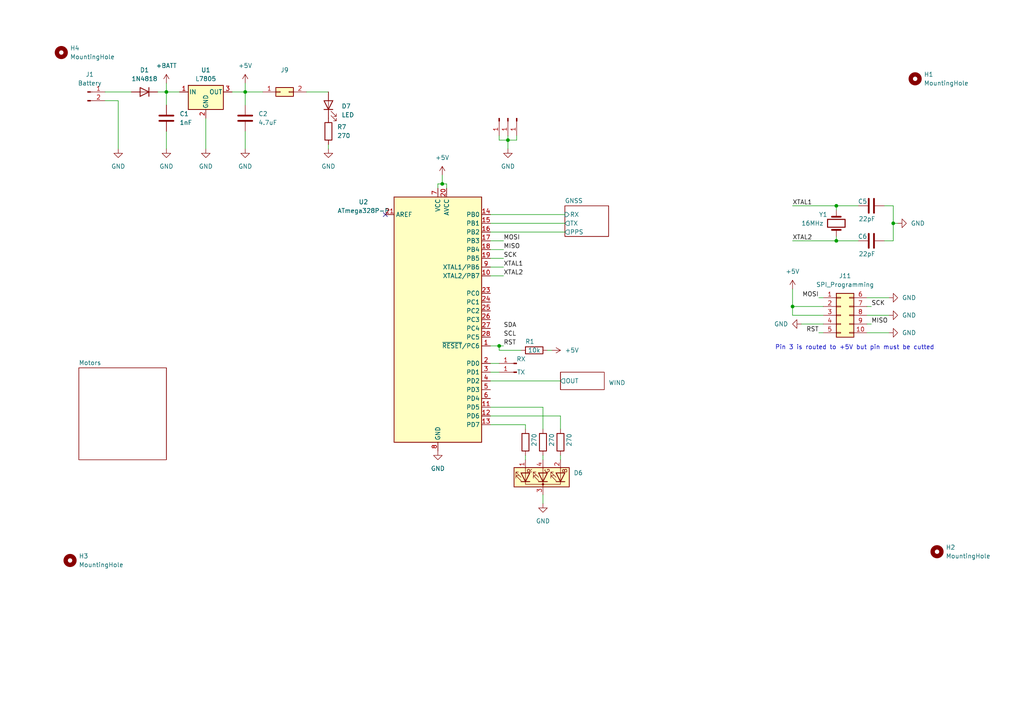
<source format=kicad_sch>
(kicad_sch (version 20230121) (generator eeschema)
  (paper "A4")
  (title_block (title "SunTracker") (date "2023-08-29") (rev "1.0") (company "CREPP"))
  (lib_symbols
    (symbol "Connector:Conn_01x01_Pin" (pin_names (offset 1.016) hide)
      (property "Reference" "J" (at 0 2.54 0))
      (property "Value" "Conn_01x01_Pin" (at 0 -2.54 0))
      (symbol "Conn_01x01_Pin_1_1"
        (polyline (pts (xy 1.27 0) (xy 0.8636 0)) (stroke (width 0.1524)))
        (rectangle (start 0.8636 0.127) (end 0 -0.127) (stroke (width 0.1524)) (fill (type outline)))
        (pin passive line (at 5.08 0 180) (length 3.81) (name "Pin_1") (number "1"))
      )
    )
    (symbol "Connector:Conn_01x02_Pin" (pin_names (offset 1.016) hide)
      (property "Reference" "J" (at 0 2.54 0))
      (property "Value" "Conn_01x02_Pin" (at 0 -5.08 0))
      (symbol "Conn_01x02_Pin_1_1"
        (polyline (pts (xy 1.27 -2.54) (xy 0.8636 -2.54)) (stroke (width 0.1524)))
        (polyline (pts (xy 1.27 0) (xy 0.8636 0)) (stroke (width 0.1524)))
        (rectangle (start 0.8636 -2.413) (end 0 -2.667) (stroke (width 0.1524)) (fill (type outline)))
        (rectangle (start 0.8636 0.127) (end 0 -0.127) (stroke (width 0.1524)) (fill (type outline)))
        (pin passive line (at 5.08 0 180) (length 3.81) (name "Pin_1") (number "1"))
        (pin passive line (at 5.08 -2.54 180) (length 3.81) (name "Pin_2") (number "2"))
      )
    )
    (symbol "Connector_Generic:Conn_02x01" (pin_names (offset 1.016) hide)
      (property "Reference" "J" (at 1.27 2.54 0))
      (property "Value" "Conn_02x01" (at 1.27 -2.54 0))
      (symbol "Conn_02x01_1_1"
        (rectangle (start -1.27 0.127) (end 0 -0.127) (stroke (width 0.1524)))
        (rectangle (start -1.27 1.27) (end 3.81 -1.27) (stroke (width 0.254)) (fill (type background)))
        (rectangle (start 3.81 0.127) (end 2.54 -0.127) (stroke (width 0.1524)))
        (pin passive line (at -5.08 0 0) (length 3.81) (name "Pin_1") (number "1"))
        (pin passive line (at 7.62 0 180) (length 3.81) (name "Pin_2") (number "2"))
      )
    )
    (symbol "Connector_Generic:Conn_02x05_Top_Bottom" (pin_names (offset 1.016) hide)
      (property "Reference" "J" (at 1.27 7.62 0))
      (property "Value" "Conn_02x05_Top_Bottom" (at 1.27 -7.62 0))
      (symbol "Conn_02x05_Top_Bottom_1_1"
        (rectangle (start -1.27 -4.953) (end 0 -5.207) (stroke (width 0.1524)))
        (rectangle (start -1.27 -2.413) (end 0 -2.667) (stroke (width 0.1524)))
        (rectangle (start -1.27 0.127) (end 0 -0.127) (stroke (width 0.1524)))
        (rectangle (start -1.27 2.667) (end 0 2.413) (stroke (width 0.1524)))
        (rectangle (start -1.27 5.207) (end 0 4.953) (stroke (width 0.1524)))
        (rectangle (start -1.27 6.35) (end 3.81 -6.35) (stroke (width 0.254)) (fill (type background)))
        (rectangle (start 3.81 -4.953) (end 2.54 -5.207) (stroke (width 0.1524)))
        (rectangle (start 3.81 -2.413) (end 2.54 -2.667) (stroke (width 0.1524)))
        (rectangle (start 3.81 0.127) (end 2.54 -0.127) (stroke (width 0.1524)))
        (rectangle (start 3.81 2.667) (end 2.54 2.413) (stroke (width 0.1524)))
        (rectangle (start 3.81 5.207) (end 2.54 4.953) (stroke (width 0.1524)))
        (pin passive line (at -5.08 5.08 0) (length 3.81) (name "Pin_1") (number "1"))
        (pin passive line (at 7.62 -5.08 180) (length 3.81) (name "Pin_10") (number "10"))
        (pin passive line (at -5.08 2.54 0) (length 3.81) (name "Pin_2") (number "2"))
        (pin passive line (at -5.08 0 0) (length 3.81) (name "Pin_3") (number "3"))
        (pin passive line (at -5.08 -2.54 0) (length 3.81) (name "Pin_4") (number "4"))
        (pin passive line (at -5.08 -5.08 0) (length 3.81) (name "Pin_5") (number "5"))
        (pin passive line (at 7.62 5.08 180) (length 3.81) (name "Pin_6") (number "6"))
        (pin passive line (at 7.62 2.54 180) (length 3.81) (name "Pin_7") (number "7"))
        (pin passive line (at 7.62 0 180) (length 3.81) (name "Pin_8") (number "8"))
        (pin passive line (at 7.62 -2.54 180) (length 3.81) (name "Pin_9") (number "9"))
      )
    )
    (symbol "Device:C" (pin_numbers hide) (pin_names (offset 0.254))
      (property "Reference" "C" (at 0.635 2.54 0))
      (property "Value" "C" (at 0.635 -2.54 0))
      (symbol "C_0_1"
        (polyline (pts (xy -2.032 -0.762) (xy 2.032 -0.762)) (stroke (width 0.508)))
        (polyline (pts (xy -2.032 0.762) (xy 2.032 0.762)) (stroke (width 0.508)))
      )
      (symbol "C_1_1"
        (pin passive line (at 0 3.81 270) (length 2.794) (name "~") (number "1"))
        (pin passive line (at 0 -3.81 90) (length 2.794) (name "~") (number "2"))
      )
    )
    (symbol "Device:Crystal" (pin_numbers hide) (pin_names (offset 1.016) hide)
      (property "Reference" "Y" (at 0 3.81 0))
      (property "Value" "Crystal" (at 0 -3.81 0))
      (symbol "Crystal_0_1"
        (rectangle (start -1.143 2.54) (end 1.143 -2.54) (stroke (width 0.3048)))
        (polyline (pts (xy -2.54 0) (xy -1.905 0)))
        (polyline (pts (xy -1.905 -1.27) (xy -1.905 1.27)) (stroke (width 0.508)))
        (polyline (pts (xy 1.905 -1.27) (xy 1.905 1.27)) (stroke (width 0.508)))
        (polyline (pts (xy 2.54 0) (xy 1.905 0)))
      )
      (symbol "Crystal_1_1"
        (pin passive line (at -3.81 0 0) (length 1.27) (name "1") (number "1"))
        (pin passive line (at 3.81 0 180) (length 1.27) (name "2") (number "2"))
      )
    )
    (symbol "Device:D" (pin_numbers hide) (pin_names (offset 1.016) hide)
      (property "Reference" "D" (at 0 2.54 0))
      (property "Value" "D" (at 0 -2.54 0))
      (symbol "D_0_1"
        (polyline (pts (xy -1.27 1.27) (xy -1.27 -1.27)) (stroke (width 0.254)))
        (polyline (pts (xy 1.27 0) (xy -1.27 0)))
        (polyline (pts (xy 1.27 1.27) (xy 1.27 -1.27) (xy -1.27 0) (xy 1.27 1.27)) (stroke (width 0.254)))
      )
      (symbol "D_1_1"
        (pin passive line (at -3.81 0 0) (length 2.54) (name "K") (number "1"))
        (pin passive line (at 3.81 0 180) (length 2.54) (name "A") (number "2"))
      )
    )
    (symbol "Device:LED" (pin_numbers hide) (pin_names (offset 1.016) hide)
      (property "Reference" "D" (at 0 2.54 0))
      (property "Value" "LED" (at 0 -2.54 0))
      (symbol "LED_0_1"
        (polyline (pts (xy -1.27 -1.27) (xy -1.27 1.27)) (stroke (width 0.254)))
        (polyline (pts (xy -1.27 0) (xy 1.27 0)))
        (polyline (pts (xy 1.27 -1.27) (xy 1.27 1.27) (xy -1.27 0) (xy 1.27 -1.27)) (stroke (width 0.254)))
        (polyline (pts (xy -3.048 -0.762) (xy -4.572 -2.286) (xy -3.81 -2.286) (xy -4.572 -2.286) (xy -4.572 -1.524)))
        (polyline (pts (xy -1.778 -0.762) (xy -3.302 -2.286) (xy -2.54 -2.286) (xy -3.302 -2.286) (xy -3.302 -1.524)))
      )
      (symbol "LED_1_1"
        (pin passive line (at -3.81 0 0) (length 2.54) (name "K") (number "1"))
        (pin passive line (at 3.81 0 180) (length 2.54) (name "A") (number "2"))
      )
    )
    (symbol "Device:LED_RBKG" (pin_names (offset 0) hide)
      (property "Reference" "D" (at 0 9.398 0))
      (property "Value" "LED_RBKG" (at 0 -8.89 0))
      (symbol "LED_RBKG_0_0"
        (text "B" (at 1.905 -6.35 0) (effects (font (size 1.27 1.27))))
        (text "G" (at 1.905 -1.27 0) (effects (font (size 1.27 1.27))))
        (text "R" (at 1.905 3.81 0) (effects (font (size 1.27 1.27))))
      )
      (symbol "LED_RBKG_0_1"
        (circle (center -2.032 0) (radius 0.254) (fill (type outline)))
        (polyline (pts (xy -1.27 -5.08) (xy 1.27 -5.08)))
        (polyline (pts (xy -1.27 -3.81) (xy -1.27 -6.35)) (stroke (width 0.254)))
        (polyline (pts (xy -1.27 0) (xy -2.54 0)))
        (polyline (pts (xy -1.27 1.27) (xy -1.27 -1.27)) (stroke (width 0.254)))
        (polyline (pts (xy -1.27 5.08) (xy 1.27 5.08)))
        (polyline (pts (xy -1.27 6.35) (xy -1.27 3.81)) (stroke (width 0.254)))
        (polyline (pts (xy 1.27 -5.08) (xy 2.54 -5.08)))
        (polyline (pts (xy 1.27 0) (xy -1.27 0)))
        (polyline (pts (xy 1.27 0) (xy 2.54 0)))
        (polyline (pts (xy 1.27 5.08) (xy 2.54 5.08)))
        (polyline (pts (xy -1.27 1.27) (xy -1.27 -1.27) (xy -1.27 -1.27)))
        (polyline (pts (xy -1.27 6.35) (xy -1.27 3.81) (xy -1.27 3.81)))
        (polyline (pts (xy -1.27 5.08) (xy -2.032 5.08) (xy -2.032 -5.08) (xy -1.016 -5.08)))
        (polyline (pts (xy 1.27 -3.81) (xy 1.27 -6.35) (xy -1.27 -5.08) (xy 1.27 -3.81)) (stroke (width 0.254)))
        (polyline (pts (xy 1.27 1.27) (xy 1.27 -1.27) (xy -1.27 0) (xy 1.27 1.27)) (stroke (width 0.254)))
        (polyline (pts (xy 1.27 6.35) (xy 1.27 3.81) (xy -1.27 5.08) (xy 1.27 6.35)) (stroke (width 0.254)))
        (polyline (pts (xy -1.016 -3.81) (xy 0.508 -2.286) (xy -0.254 -2.286) (xy 0.508 -2.286) (xy 0.508 -3.048)))
        (polyline (pts (xy -1.016 1.27) (xy 0.508 2.794) (xy -0.254 2.794) (xy 0.508 2.794) (xy 0.508 2.032)))
        (polyline (pts (xy -1.016 6.35) (xy 0.508 7.874) (xy -0.254 7.874) (xy 0.508 7.874) (xy 0.508 7.112)))
        (polyline (pts (xy 0 -3.81) (xy 1.524 -2.286) (xy 0.762 -2.286) (xy 1.524 -2.286) (xy 1.524 -3.048)))
        (polyline (pts (xy 0 1.27) (xy 1.524 2.794) (xy 0.762 2.794) (xy 1.524 2.794) (xy 1.524 2.032)))
        (polyline (pts (xy 0 6.35) (xy 1.524 7.874) (xy 0.762 7.874) (xy 1.524 7.874) (xy 1.524 7.112)))
        (rectangle (start 1.27 -1.27) (end 1.27 1.27))
        (rectangle (start 1.27 1.27) (end 1.27 1.27))
        (rectangle (start 1.27 3.81) (end 1.27 6.35))
        (rectangle (start 1.27 6.35) (end 1.27 6.35))
        (rectangle (start 2.794 8.382) (end -2.794 -7.62) (stroke (width 0.254)) (fill (type background)))
      )
      (symbol "LED_RBKG_1_1"
        (pin passive line (at 5.08 5.08 180) (length 2.54) (name "RA") (number "1"))
        (pin passive line (at 5.08 -5.08 180) (length 2.54) (name "BA") (number "2"))
        (pin passive line (at -5.08 0 0) (length 2.54) (name "K") (number "3"))
        (pin passive line (at 5.08 0 180) (length 2.54) (name "GA") (number "4"))
      )
    )
    (symbol "Device:R" (pin_numbers hide) (pin_names (offset 0))
      (property "Reference" "R" (at 2.032 0 90))
      (property "Value" "R" (at 0 0 90))
      (symbol "R_0_1"
        (rectangle (start -1.016 -2.54) (end 1.016 2.54) (stroke (width 0.254)))
      )
      (symbol "R_1_1"
        (pin passive line (at 0 3.81 270) (length 1.27) (name "~") (number "1"))
        (pin passive line (at 0 -3.81 90) (length 1.27) (name "~") (number "2"))
      )
    )
    (symbol "MCU_Microchip_ATmega:ATmega328P-P"
      (property "Reference" "U" (at -12.7 36.83 0))
      (property "Value" "ATmega328P-P" (at 2.54 -36.83 0))
      (symbol "ATmega328P-P_0_1"
        (rectangle (start -12.7 -35.56) (end 12.7 35.56) (stroke (width 0.254)) (fill (type background)))
      )
      (symbol "ATmega328P-P_1_1"
        (pin bidirectional line (at 15.24 -7.62 180) (length 2.54) (name "~{RESET}/PC6") (number "1"))
        (pin bidirectional line (at 15.24 12.7 180) (length 2.54) (name "XTAL2/PB7") (number "10"))
        (pin bidirectional line (at 15.24 -25.4 180) (length 2.54) (name "PD5") (number "11"))
        (pin bidirectional line (at 15.24 -27.94 180) (length 2.54) (name "PD6") (number "12"))
        (pin bidirectional line (at 15.24 -30.48 180) (length 2.54) (name "PD7") (number "13"))
        (pin bidirectional line (at 15.24 30.48 180) (length 2.54) (name "PB0") (number "14"))
        (pin bidirectional line (at 15.24 27.94 180) (length 2.54) (name "PB1") (number "15"))
        (pin bidirectional line (at 15.24 25.4 180) (length 2.54) (name "PB2") (number "16"))
        (pin bidirectional line (at 15.24 22.86 180) (length 2.54) (name "PB3") (number "17"))
        (pin bidirectional line (at 15.24 20.32 180) (length 2.54) (name "PB4") (number "18"))
        (pin bidirectional line (at 15.24 17.78 180) (length 2.54) (name "PB5") (number "19"))
        (pin bidirectional line (at 15.24 -12.7 180) (length 2.54) (name "PD0") (number "2"))
        (pin power_in line (at 2.54 38.1 270) (length 2.54) (name "AVCC") (number "20"))
        (pin passive line (at -15.24 30.48 0) (length 2.54) (name "AREF") (number "21"))
        (pin passive line (at 0 -38.1 90) (length 2.54) hide (name "GND") (number "22"))
        (pin bidirectional line (at 15.24 7.62 180) (length 2.54) (name "PC0") (number "23"))
        (pin bidirectional line (at 15.24 5.08 180) (length 2.54) (name "PC1") (number "24"))
        (pin bidirectional line (at 15.24 2.54 180) (length 2.54) (name "PC2") (number "25"))
        (pin bidirectional line (at 15.24 0 180) (length 2.54) (name "PC3") (number "26"))
        (pin bidirectional line (at 15.24 -2.54 180) (length 2.54) (name "PC4") (number "27"))
        (pin bidirectional line (at 15.24 -5.08 180) (length 2.54) (name "PC5") (number "28"))
        (pin bidirectional line (at 15.24 -15.24 180) (length 2.54) (name "PD1") (number "3"))
        (pin bidirectional line (at 15.24 -17.78 180) (length 2.54) (name "PD2") (number "4"))
        (pin bidirectional line (at 15.24 -20.32 180) (length 2.54) (name "PD3") (number "5"))
        (pin bidirectional line (at 15.24 -22.86 180) (length 2.54) (name "PD4") (number "6"))
        (pin power_in line (at 0 38.1 270) (length 2.54) (name "VCC") (number "7"))
        (pin power_in line (at 0 -38.1 90) (length 2.54) (name "GND") (number "8"))
        (pin bidirectional line (at 15.24 15.24 180) (length 2.54) (name "XTAL1/PB6") (number "9"))
      )
    )
    (symbol "Mechanical:MountingHole" (pin_names (offset 1.016))
      (property "Reference" "H" (at 0 5.08 0))
      (property "Value" "MountingHole" (at 0 3.175 0))
      (symbol "MountingHole_0_1"
        (circle (center 0 0) (radius 1.27) (stroke (width 1.27)))
      )
    )
    (symbol "Regulator_Linear:L7805" (pin_names (offset 0.254))
      (property "Reference" "U" (at -3.81 3.175 0))
      (property "Value" "L7805" (at 0 3.175 0))
      (symbol "L7805_0_1"
        (rectangle (start -5.08 1.905) (end 5.08 -5.08) (stroke (width 0.254)) (fill (type background)))
      )
      (symbol "L7805_1_1"
        (pin power_in line (at -7.62 0 0) (length 2.54) (name "IN") (number "1"))
        (pin power_in line (at 0 -7.62 90) (length 2.54) (name "GND") (number "2"))
        (pin power_out line (at 7.62 0 180) (length 2.54) (name "OUT") (number "3"))
      )
    )
    (symbol "power:+5V" (power) (pin_names (offset 0))
      (property "Value" "+5V" (at 0 3.556 0))
      (symbol "+5V_0_1"
        (polyline (pts (xy -0.762 1.27) (xy 0 2.54)))
        (polyline (pts (xy 0 0) (xy 0 2.54)))
        (polyline (pts (xy 0 2.54) (xy 0.762 1.27)))
      )
      (symbol "+5V_1_1"
        (pin power_in line (at 0 0 90) (length 0) hide (name "+5V") (number "1"))
      )
    )
    (symbol "power:+BATT" (power) (pin_names (offset 0))
      (property "Value" "+BATT" (at 0 3.556 0))
      (symbol "+BATT_0_1"
        (polyline (pts (xy -0.762 1.27) (xy 0 2.54)))
        (polyline (pts (xy 0 0) (xy 0 2.54)))
        (polyline (pts (xy 0 2.54) (xy 0.762 1.27)))
      )
      (symbol "+BATT_1_1"
        (pin power_in line (at 0 0 90) (length 0) hide (name "+BATT") (number "1"))
      )
    )
    (symbol "power:GND" (power) (pin_names (offset 0))
      (property "Value" "GND" (at 0 -3.81 0))
      (symbol "GND_0_1"
        (polyline (pts (xy 0 0) (xy 0 -1.27) (xy 1.27 -1.27) (xy 0 -2.54) (xy -1.27 -1.27) (xy 0 -1.27)))
      )
      (symbol "GND_1_1"
        (pin power_in line (at 0 0 270) (length 0) hide (name "GND") (number "1"))
      )
    )
  )
  (junction (at 71.12 26.67))
  (junction (at 229.87 88.9))
  (junction (at 259.08 64.77))
  (junction (at 128.27 53.34))
  (junction (at 242.57 69.85))
  (junction (at 242.57 59.69))
  (junction (at 144.78 100.33))
  (junction (at 48.26 26.67))
  (junction (at 147.32 40.64))
  (no_connect (at 111.76 62.23))
  (wire (pts (xy 158.75 101.6) (xy 160.02 101.6)))
  (wire (pts (xy 229.87 91.44) (xy 229.87 88.9)))
  (wire (pts (xy 95.25 41.91) (xy 95.25 43.18)))
  (wire (pts (xy 142.24 107.95) (xy 144.78 107.95)))
  (wire (pts (xy 142.24 64.77) (xy 163.83 64.77)))
  (wire (pts (xy 129.54 53.34) (xy 128.27 53.34)))
  (wire (pts (xy 256.54 59.69) (xy 259.08 59.69)))
  (wire (pts (xy 88.9 26.67) (xy 95.25 26.67)))
  (wire (pts (xy 149.86 39.37) (xy 149.86 40.64)))
  (wire (pts (xy 256.54 69.85) (xy 259.08 69.85)))
  (wire (pts (xy 45.72 26.67) (xy 48.26 26.67)))
  (wire (pts (xy 48.26 38.1) (xy 48.26 43.18)))
  (wire (pts (xy 142.24 74.93) (xy 146.05 74.93)))
  (wire (pts (xy 251.46 93.98) (xy 252.73 93.98)))
  (wire (pts (xy 48.26 24.13) (xy 48.26 26.67)))
  (wire (pts (xy 127 53.34) (xy 127 54.61)))
  (wire (pts (xy 251.46 96.52) (xy 257.81 96.52)))
  (wire (pts (xy 242.57 69.85) (xy 248.92 69.85)))
  (wire (pts (xy 229.87 83.82) (xy 229.87 88.9)))
  (wire (pts (xy 59.69 34.29) (xy 59.69 43.18)))
  (wire (pts (xy 237.49 96.52) (xy 238.76 96.52)))
  (wire (pts (xy 152.4 123.19) (xy 152.4 124.46)))
  (wire (pts (xy 237.49 86.36) (xy 238.76 86.36)))
  (wire (pts (xy 142.24 120.65) (xy 162.56 120.65)))
  (wire (pts (xy 229.87 91.44) (xy 238.76 91.44)))
  (wire (pts (xy 152.4 132.08) (xy 152.4 133.35)))
  (wire (pts (xy 142.24 62.23) (xy 163.83 62.23)))
  (wire (pts (xy 142.24 69.85) (xy 146.05 69.85)))
  (wire (pts (xy 129.54 53.34) (xy 129.54 54.61)))
  (wire (pts (xy 248.92 59.69) (xy 242.57 59.69)))
  (wire (pts (xy 142.24 100.33) (xy 144.78 100.33)))
  (wire (pts (xy 162.56 120.65) (xy 162.56 124.46)))
  (wire (pts (xy 259.08 64.77) (xy 260.35 64.77)))
  (wire (pts (xy 157.48 143.51) (xy 157.48 146.05)))
  (wire (pts (xy 71.12 30.48) (xy 71.12 26.67)))
  (wire (pts (xy 30.48 26.67) (xy 38.1 26.67)))
  (wire (pts (xy 251.46 86.36) (xy 257.81 86.36)))
  (wire (pts (xy 144.78 100.33) (xy 144.78 101.6)))
  (wire (pts (xy 157.48 132.08) (xy 157.48 133.35)))
  (wire (pts (xy 144.78 39.37) (xy 144.78 40.64)))
  (wire (pts (xy 71.12 38.1) (xy 71.12 43.18)))
  (wire (pts (xy 48.26 30.48) (xy 48.26 26.67)))
  (wire (pts (xy 67.31 26.67) (xy 71.12 26.67)))
  (wire (pts (xy 229.87 69.85) (xy 242.57 69.85)))
  (wire (pts (xy 238.76 88.9) (xy 229.87 88.9)))
  (wire (pts (xy 30.48 29.21) (xy 34.29 29.21)))
  (wire (pts (xy 251.46 88.9) (xy 252.73 88.9)))
  (wire (pts (xy 142.24 123.19) (xy 152.4 123.19)))
  (wire (pts (xy 147.32 40.64) (xy 147.32 43.18)))
  (wire (pts (xy 144.78 100.33) (xy 146.05 100.33)))
  (wire (pts (xy 147.32 39.37) (xy 147.32 40.64)))
  (wire (pts (xy 142.24 110.49) (xy 162.56 110.49)))
  (wire (pts (xy 142.24 77.47) (xy 146.05 77.47)))
  (wire (pts (xy 48.26 26.67) (xy 52.07 26.67)))
  (wire (pts (xy 251.46 91.44) (xy 257.81 91.44)))
  (wire (pts (xy 128.27 53.34) (xy 127 53.34)))
  (wire (pts (xy 142.24 67.31) (xy 163.83 67.31)))
  (wire (pts (xy 144.78 40.64) (xy 147.32 40.64)))
  (wire (pts (xy 142.24 72.39) (xy 146.05 72.39)))
  (wire (pts (xy 142.24 118.11) (xy 157.48 118.11)))
  (wire (pts (xy 229.87 59.69) (xy 242.57 59.69)))
  (wire (pts (xy 162.56 132.08) (xy 162.56 133.35)))
  (wire (pts (xy 232.41 93.98) (xy 238.76 93.98)))
  (wire (pts (xy 71.12 24.13) (xy 71.12 26.67)))
  (wire (pts (xy 142.24 80.01) (xy 146.05 80.01)))
  (wire (pts (xy 147.32 40.64) (xy 149.86 40.64)))
  (wire (pts (xy 242.57 68.58) (xy 242.57 69.85)))
  (wire (pts (xy 259.08 59.69) (xy 259.08 64.77)))
  (wire (pts (xy 71.12 26.67) (xy 76.2 26.67)))
  (wire (pts (xy 259.08 64.77) (xy 259.08 69.85)))
  (wire (pts (xy 142.24 105.41) (xy 144.78 105.41)))
  (wire (pts (xy 157.48 118.11) (xy 157.48 124.46)))
  (wire (pts (xy 151.13 101.6) (xy 144.78 101.6)))
  (wire (pts (xy 242.57 59.69) (xy 242.57 60.96)))
  (wire (pts (xy 128.27 50.8) (xy 128.27 53.34)))
  (wire (pts (xy 34.29 29.21) (xy 34.29 43.18)))
  (text "Pin 3 is routed to +5V but pin must be cutted" (at 224.79 101.6 0) (effects (font (size 1.27 1.27)) (justify left bottom)))
  (label "MISO" (at 252.73 93.98 0))
  (label "MOSI" (at 237.49 86.36 180))
  (label "RST" (at 146.05 100.33 0))
  (label "SDA" (at 146.05 95.25 0))
  (label "XTAL2" (at 229.87 69.85 0))
  (label "XTAL2" (at 146.05 80.01 0))
  (label "SCL" (at 146.05 97.79 0))
  (label "SCK" (at 252.73 88.9 0))
  (label "XTAL1" (at 229.87 59.69 0))
  (label "RST" (at 237.49 96.52 180))
  (label "XTAL1" (at 146.05 77.47 0))
  (label "MISO" (at 146.05 72.39 0))
  (label "SCK" (at 146.05 74.93 0))
  (label "MOSI" (at 146.05 69.85 0))
  (symbol (lib_id "power:GND") (at 95.25 43.18 0) (unit 1)
    (property "Reference" "#PWR025" (effects hide))
    (property "Value" "GND" (at 95.25 48.26 0))
  )
  (symbol (lib_id "Device:R") (at 154.94 101.6 90) (unit 1)
    (property "Reference" "R1" (at 153.67 99.06 90))
    (property "Value" "10k" (at 154.94 101.6 90))
    (property "Footprint" "Resistor_THT:R_Axial_DIN0204_L3.6mm_D1.6mm_P5.08mm_Horizontal" (effects hide))
  )
  (symbol (lib_id "Connector:Conn_01x01_Pin") (at 149.86 105.41 180) (unit 1)
    (property "Reference" "J4" (effects hide))
    (property "Value" "RX" (at 151.13 104.14 0))
    (property "Footprint" "Connector_PinHeader_2.54mm:PinHeader_1x01_P2.54mm_Vertical" (effects hide))
  )
  (symbol (lib_id "power:GND") (at 34.29 43.18 0) (unit 1)
    (property "Reference" "#PWR04" (effects hide))
    (property "Value" "GND" (at 34.29 48.26 0))
  )
  (symbol (lib_id "Connector:Conn_01x01_Pin") (at 144.78 34.29 270) (unit 1)
    (property "Reference" "J6" (effects hide))
    (property "Value" "GND" (effects hide))
    (property "Footprint" "Connector_PinHeader_2.54mm:PinHeader_1x01_P2.54mm_Vertical" (effects hide))
  )
  (symbol (lib_id "MCU_Microchip_ATmega:ATmega328P-P") (at 127 92.71 0) (unit 1)
    (property "Reference" "U2" (at 105.41 58.5821 0))
    (property "Value" "ATmega328P-P" (at 105.41 61.1221 0))
    (property "Footprint" "Package_DIP:DIP-28_W7.62mm" (effects hide))
    (property "Datasheet" "http://ww1.microchip.com/downloads/en/DeviceDoc/ATmega328_P%20AVR%20MCU%20with%20picoPower%20Technology%20Data%20Sheet%2040001984A.pdf" (effects hide))
    (property "Sim.Enable" "0" (effects hide))
  )
  (symbol (lib_id "power:GND") (at 260.35 64.77 90) (unit 1)
    (property "Reference" "#PWR09" (effects hide))
    (property "Value" "GND" (at 264.16 64.77 90) (effects (justify right)))
  )
  (symbol (lib_id "power:GND") (at 257.81 91.44 90) (unit 1)
    (property "Reference" "#PWR015" (effects hide))
    (property "Value" "GND" (at 261.62 91.44 90) (effects (justify right)))
  )
  (symbol (lib_id "Regulator_Linear:L7805") (at 59.69 26.67 0) (unit 1)
    (property "Reference" "U1" (at 59.69 20.32 0))
    (property "Value" "L7805" (at 59.69 22.86 0))
    (property "Footprint" "Package_TO_SOT_THT:TO-220-3_Vertical" (effects hide))
    (property "Datasheet" "http://www.st.com/content/ccc/resource/technical/document/datasheet/41/4f/b3/b0/12/d4/47/88/CD00000444.pdf/files/CD00000444.pdf/jcr:content/translations/en.CD00000444.pdf" (effects hide))
    (property "Sim.Enable" "0" (effects hide))
  )
  (symbol (lib_id "power:+5V") (at 229.87 83.82 0) (unit 1)
    (property "Reference" "#PWR012" (effects hide))
    (property "Value" "+5V" (at 229.87 78.74 0))
  )
  (symbol (lib_id "Device:C") (at 252.73 69.85 270) (unit 1)
    (property "Reference" "C6" (at 250.19 68.58 90))
    (property "Value" "22pF" (at 251.46 73.66 90))
    (property "Footprint" "Capacitor_THT:C_Disc_D4.7mm_W2.5mm_P5.00mm" (effects hide))
  )
  (symbol (lib_id "power:GND") (at 157.48 146.05 0) (unit 1)
    (property "Reference" "#PWR07" (effects hide))
    (property "Value" "GND" (at 157.48 151.13 0))
  )
  (symbol (lib_id "power:GND") (at 147.32 43.18 0) (unit 1)
    (property "Reference" "#PWR028" (effects hide))
    (property "Value" "GND" (at 147.32 48.26 0))
  )
  (symbol (lib_id "Device:LED") (at 95.25 30.48 90) (unit 1)
    (property "Reference" "D7" (at 99.06 30.7975 90) (effects (justify right)))
    (property "Value" "LED" (at 99.06 33.3375 90) (effects (justify right)))
    (property "Footprint" "LED_THT:LED_D3.0mm" (effects hide))
  )
  (symbol (lib_id "power:GND") (at 127 130.81 0) (unit 1)
    (property "Reference" "#PWR010" (effects hide))
    (property "Value" "GND" (at 127 135.89 0))
  )
  (symbol (lib_id "power:GND") (at 257.81 96.52 90) (unit 1)
    (property "Reference" "#PWR014" (effects hide))
    (property "Value" "GND" (at 261.62 96.52 90) (effects (justify right)))
  )
  (symbol (lib_id "power:+5V") (at 128.27 50.8 0) (unit 1)
    (property "Reference" "#PWR06" (effects hide))
    (property "Value" "+5V" (at 128.27 45.72 0))
  )
  (symbol (lib_id "power:+5V") (at 71.12 24.13 0) (unit 1)
    (property "Reference" "#PWR05" (effects hide))
    (property "Value" "+5V" (at 71.12 19.05 0))
  )
  (symbol (lib_id "power:GND") (at 71.12 43.18 0) (unit 1)
    (property "Reference" "#PWR02" (effects hide))
    (property "Value" "GND" (at 71.12 48.26 0))
  )
  (symbol (lib_id "Device:D") (at 41.91 26.67 180) (unit 1)
    (property "Reference" "D1" (at 41.91 20.32 0))
    (property "Value" "1N4818" (at 41.91 22.86 0))
    (property "Footprint" "Diode_THT:D_DO-41_SOD81_P7.62mm_Horizontal" (effects hide))
    (property "Sim.Device" "D" (effects hide))
    (property "Sim.Pins" "1=K 2=A" (effects hide))
  )
  (symbol (lib_id "power:+5V") (at 160.02 101.6 270) (unit 1)
    (property "Reference" "#PWR013" (effects hide))
    (property "Value" "+5V" (at 163.83 101.6 90) (effects (justify left)))
  )
  (symbol (lib_id "Mechanical:MountingHole") (at 265.43 22.86 0) (unit 1)
    (property "Reference" "H1" (at 267.97 21.59 0) (effects (justify left)))
    (property "Value" "MountingHole" (at 267.97 24.13 0) (effects (justify left)))
    (property "Footprint" "MountingHole:MountingHole_3mm" (effects hide))
  )
  (symbol (lib_id "power:GND") (at 48.26 43.18 0) (unit 1)
    (property "Reference" "#PWR01" (effects hide))
    (property "Value" "GND" (at 48.26 48.26 0))
  )
  (symbol (lib_id "Connector:Conn_01x01_Pin") (at 149.86 107.95 180) (unit 1)
    (property "Reference" "J5" (effects hide))
    (property "Value" "TX" (at 151.13 107.95 0))
    (property "Footprint" "Connector_PinHeader_2.54mm:PinHeader_1x01_P2.54mm_Vertical" (effects hide))
  )
  (symbol (lib_id "power:GND") (at 232.41 93.98 270) (unit 1)
    (property "Reference" "#PWR011" (effects hide))
    (property "Value" "GND" (at 228.6 93.98 90) (effects (justify right)))
  )
  (symbol (lib_id "Device:Crystal") (at 242.57 64.77 90) (unit 1)
    (property "Reference" "Y1" (at 237.49 62.23 90) (effects (justify right)))
    (property "Value" "16MHz" (at 232.41 64.77 90) (effects (justify right)))
    (property "Footprint" "Crystal:Crystal_HC49-4H_Vertical" (effects hide))
    (property "Sim.Enable" "0" (effects hide))
  )
  (symbol (lib_id "Connector_Generic:Conn_02x01") (at 81.28 26.67 0) (unit 1)
    (property "Reference" "J9" (at 82.55 20.32 0))
    (property "Value" "Haeder_LED" (effects hide))
    (property "Footprint" "Connector_PinHeader_2.54mm:PinHeader_2x01_P2.54mm_Vertical" (effects hide))
  )
  (symbol (lib_id "Connector:Conn_01x01_Pin") (at 147.32 34.29 270) (unit 1)
    (property "Reference" "J7" (effects hide))
    (property "Value" "GND" (effects hide))
    (property "Footprint" "Connector_PinHeader_2.54mm:PinHeader_1x01_P2.54mm_Vertical" (effects hide))
  )
  (symbol (lib_id "power:+BATT") (at 48.26 24.13 0) (unit 1)
    (property "Reference" "#PWR030" (effects hide))
    (property "Value" "+BATT" (at 48.26 19.05 0))
  )
  (symbol (lib_id "Mechanical:MountingHole") (at 271.78 160.02 0) (unit 1)
    (property "Reference" "H2" (at 274.32 158.75 0) (effects (justify left)))
    (property "Value" "MountingHole" (at 274.32 161.29 0) (effects (justify left)))
    (property "Footprint" "MountingHole:MountingHole_3mm" (effects hide))
  )
  (symbol (lib_id "Device:R") (at 162.56 128.27 0) (unit 1)
    (property "Reference" "R23" (effects hide))
    (property "Value" "270" (at 165.1 129.54 90) (effects (justify left)))
    (property "Footprint" "Resistor_THT:R_Axial_DIN0204_L3.6mm_D1.6mm_P5.08mm_Horizontal" (effects hide))
  )
  (symbol (lib_id "Device:LED_RBKG") (at 157.48 138.43 90) (unit 1)
    (property "Reference" "D6" (at 166.37 137.16 90) (effects (justify right)))
    (property "Value" "LED_RBKG" (effects hide))
    (property "Footprint" "Connector_PinHeader_1.27mm:PinHeader_1x04_P1.27mm_Vertical" (effects hide))
  )
  (symbol (lib_id "Mechanical:MountingHole") (at 20.32 162.56 0) (unit 1)
    (property "Reference" "H3" (at 22.86 161.29 0) (effects (justify left)))
    (property "Value" "MountingHole" (at 22.86 163.83 0) (effects (justify left)))
    (property "Footprint" "MountingHole:MountingHole_3mm" (effects hide))
  )
  (symbol (lib_id "Device:C") (at 71.12 34.29 0) (unit 1)
    (property "Reference" "C2" (at 74.93 33.02 0) (effects (justify left)))
    (property "Value" "4.7uF" (at 74.93 35.56 0) (effects (justify left)))
    (property "Footprint" "Capacitor_THT:C_Radial_D5.0mm_H11.0mm_P2.00mm" (effects hide))
  )
  (symbol (lib_id "Connector_Generic:Conn_02x05_Top_Bottom") (at 243.84 91.44 0) (unit 1)
    (property "Reference" "J11" (at 245.11 80.01 0))
    (property "Value" "SPI_Programming" (at 245.11 82.55 0))
    (property "Footprint" "Connector_PinHeader_2.54mm:PinHeader_2x05_P2.54mm_Vertical" (effects hide))
    (property "Sim.Enable" "0" (effects hide))
  )
  (symbol (lib_id "Device:C") (at 252.73 59.69 270) (unit 1)
    (property "Reference" "C5" (at 250.19 58.42 90))
    (property "Value" "22pF" (at 251.46 63.5 90))
    (property "Footprint" "Capacitor_THT:C_Disc_D4.7mm_W2.5mm_P5.00mm" (effects hide))
  )
  (symbol (lib_id "Device:R") (at 95.25 38.1 0) (unit 1)
    (property "Reference" "R7" (at 97.79 36.83 0) (effects (justify left)))
    (property "Value" "270" (at 97.79 39.37 0) (effects (justify left)))
    (property "Footprint" "Resistor_THT:R_Axial_DIN0204_L3.6mm_D1.6mm_P5.08mm_Horizontal" (effects hide))
  )
  (symbol (lib_id "Device:R") (at 157.48 128.27 0) (unit 1)
    (property "Reference" "R22" (effects hide))
    (property "Value" "270" (at 160.02 129.54 90) (effects (justify left)))
    (property "Footprint" "Resistor_THT:R_Axial_DIN0204_L3.6mm_D1.6mm_P5.08mm_Horizontal" (effects hide))
  )
  (symbol (lib_id "Device:C") (at 48.26 34.29 0) (unit 1)
    (property "Reference" "C1" (at 52.07 33.02 0) (effects (justify left)))
    (property "Value" "1nF" (at 52.07 35.56 0) (effects (justify left)))
    (property "Footprint" "Capacitor_THT:C_Rect_L7.0mm_W2.0mm_P5.00mm" (effects hide))
  )
  (symbol (lib_id "Mechanical:MountingHole") (at 17.78 15.24 0) (unit 1)
    (property "Reference" "H4" (at 20.32 13.97 0) (effects (justify left)))
    (property "Value" "MountingHole" (at 20.32 16.51 0) (effects (justify left)))
    (property "Footprint" "MountingHole:MountingHole_3mm" (effects hide))
  )
  (symbol (lib_id "power:GND") (at 59.69 43.18 0) (unit 1)
    (property "Reference" "#PWR03" (effects hide))
    (property "Value" "GND" (at 59.69 48.26 0))
  )
  (symbol (lib_id "power:GND") (at 257.81 86.36 90) (unit 1)
    (property "Reference" "#PWR016" (effects hide))
    (property "Value" "GND" (at 261.62 86.36 90) (effects (justify right)))
  )
  (symbol (lib_id "Connector:Conn_01x02_Pin") (at 25.4 26.67 0) (unit 1)
    (property "Reference" "J1" (at 26.035 21.59 0))
    (property "Value" "Battery" (at 26.035 24.13 0))
    (property "Footprint" "TerminalBlock_Phoenix:TerminalBlock_Phoenix_MKDS-1,5-2-5.08_1x02_P5.08mm_Horizontal" (effects hide))
    (property "Sim.Enable" "0" (effects hide))
  )
  (symbol (lib_id "Device:R") (at 152.4 128.27 0) (unit 1)
    (property "Reference" "R21" (effects hide))
    (property "Value" "270" (at 154.94 129.54 90) (effects (justify left)))
    (property "Footprint" "Resistor_THT:R_Axial_DIN0204_L3.6mm_D1.6mm_P5.08mm_Horizontal" (effects hide))
  )
  (symbol (lib_id "Connector:Conn_01x01_Pin") (at 149.86 34.29 270) (unit 1)
    (property "Reference" "J8" (effects hide))
    (property "Value" "GND" (effects hide))
    (property "Footprint" "Connector_PinHeader_2.54mm:PinHeader_1x01_P2.54mm_Vertical" (effects hide))
  )
  (sheet (at 162.56 107.95) (size 12.7 5.08) (stroke (width 0.1524))
    (property "Sheetname" "WIND" (at 176.53 111.76 0) (effects (justify left bottom)))
    (property "Sheetfile" "WIND.kicad_sch" (effects hide))
    (pin "OUT" output (at 162.56 110.49 180))
  )
  (sheet (at 22.86 106.68) (size 25.4 26.67) (stroke (width 0.1524))
    (property "Sheetname" "Motors" (at 22.86 105.9684 0) (effects (justify left bottom)))
    (property "Sheetfile" "Motors.kicad_sch" (effects hide))
  )
  (sheet (at 163.83 59.69) (size 12.7 8.89) (stroke (width 0.1524))
    (property "Sheetname" "GNSS" (at 163.83 58.9784 0) (effects (justify left bottom)))
    (property "Sheetfile" "GNSS.kicad_sch" (effects hide))
    (pin "RX" input (at 163.83 62.23 180))
    (pin "TX" output (at 163.83 64.77 180))
    (pin "PPS" output (at 163.83 67.31 180))
  )
)
</source>
